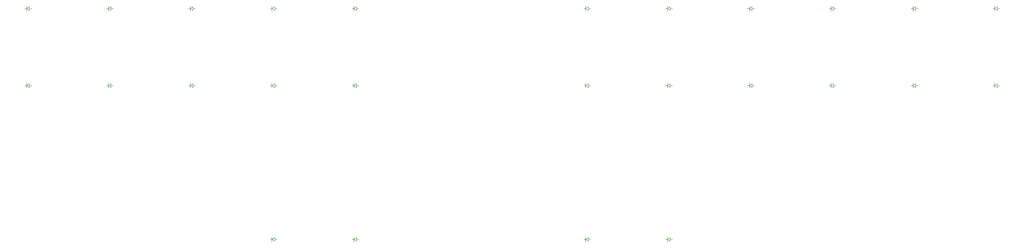
<source format=gbr>
%TF.GenerationSoftware,KiCad,Pcbnew,9.0.0*%
%TF.CreationDate,2025-03-09T18:38:06+01:00*%
%TF.ProjectId,pcb,7063622e-6b69-4636-9164-5f7063625858,v1.0.0*%
%TF.SameCoordinates,Original*%
%TF.FileFunction,Legend,Bot*%
%TF.FilePolarity,Positive*%
%FSLAX46Y46*%
G04 Gerber Fmt 4.6, Leading zero omitted, Abs format (unit mm)*
G04 Created by KiCad (PCBNEW 9.0.0) date 2025-03-09 18:38:06*
%MOMM*%
%LPD*%
G01*
G04 APERTURE LIST*
%ADD10C,0.100000*%
G04 APERTURE END LIST*
D10*
%TO.C,D7*%
X153250000Y-105000000D02*
X153650000Y-105000000D01*
X153650000Y-105000000D02*
X153650000Y-104450000D01*
X153650000Y-105000000D02*
X153650000Y-105550000D01*
X153650000Y-105000000D02*
X154250000Y-104600000D01*
X154250000Y-104600000D02*
X154250000Y-105400000D01*
X154250000Y-105000000D02*
X154750000Y-105000000D01*
X154250000Y-105400000D02*
X153650000Y-105000000D01*
%TO.C,D14*%
X240250000Y-88000000D02*
X240650000Y-88000000D01*
X240650000Y-88000000D02*
X240650000Y-87450000D01*
X240650000Y-88000000D02*
X240650000Y-88550000D01*
X240650000Y-88000000D02*
X241250000Y-87600000D01*
X241250000Y-87600000D02*
X241250000Y-88400000D01*
X241250000Y-88000000D02*
X241750000Y-88000000D01*
X241250000Y-88400000D02*
X240650000Y-88000000D01*
%TO.C,D18*%
X276250000Y-88000000D02*
X276650000Y-88000000D01*
X276650000Y-88000000D02*
X276650000Y-87450000D01*
X276650000Y-88000000D02*
X276650000Y-88550000D01*
X276650000Y-88000000D02*
X277250000Y-87600000D01*
X277250000Y-87600000D02*
X277250000Y-88400000D01*
X277250000Y-88000000D02*
X277750000Y-88000000D01*
X277250000Y-88400000D02*
X276650000Y-88000000D01*
%TO.C,D3*%
X117250000Y-105000000D02*
X117650000Y-105000000D01*
X117650000Y-105000000D02*
X117650000Y-104450000D01*
X117650000Y-105000000D02*
X117650000Y-105550000D01*
X117650000Y-105000000D02*
X118250000Y-104600000D01*
X118250000Y-104600000D02*
X118250000Y-105400000D01*
X118250000Y-105000000D02*
X118750000Y-105000000D01*
X118250000Y-105400000D02*
X117650000Y-105000000D01*
%TO.C,D6*%
X135250000Y-88000000D02*
X135650000Y-88000000D01*
X135650000Y-88000000D02*
X135650000Y-87450000D01*
X135650000Y-88000000D02*
X135650000Y-88550000D01*
X135650000Y-88000000D02*
X136250000Y-87600000D01*
X136250000Y-87600000D02*
X136250000Y-88400000D01*
X136250000Y-88000000D02*
X136750000Y-88000000D01*
X136250000Y-88400000D02*
X135650000Y-88000000D01*
%TO.C,D23*%
X153250000Y-139000000D02*
X153650000Y-139000000D01*
X153650000Y-139000000D02*
X153650000Y-138450000D01*
X153650000Y-139000000D02*
X153650000Y-139550000D01*
X153650000Y-139000000D02*
X154250000Y-138600000D01*
X154250000Y-138600000D02*
X154250000Y-139400000D01*
X154250000Y-139000000D02*
X154750000Y-139000000D01*
X154250000Y-139400000D02*
X153650000Y-139000000D01*
%TO.C,D17*%
X276250000Y-105000000D02*
X276650000Y-105000000D01*
X276650000Y-105000000D02*
X276650000Y-104450000D01*
X276650000Y-105000000D02*
X276650000Y-105550000D01*
X276650000Y-105000000D02*
X277250000Y-104600000D01*
X277250000Y-104600000D02*
X277250000Y-105400000D01*
X277250000Y-105000000D02*
X277750000Y-105000000D01*
X277250000Y-105400000D02*
X276650000Y-105000000D01*
%TO.C,D2*%
X99250000Y-88000000D02*
X99650000Y-88000000D01*
X99650000Y-88000000D02*
X99650000Y-87450000D01*
X99650000Y-88000000D02*
X99650000Y-88550000D01*
X99650000Y-88000000D02*
X100250000Y-87600000D01*
X100250000Y-87600000D02*
X100250000Y-88400000D01*
X100250000Y-88000000D02*
X100750000Y-88000000D01*
X100250000Y-88400000D02*
X99650000Y-88000000D01*
%TO.C,D16*%
X258250000Y-88000000D02*
X258650000Y-88000000D01*
X258650000Y-88000000D02*
X258650000Y-87450000D01*
X258650000Y-88000000D02*
X258650000Y-88550000D01*
X258650000Y-88000000D02*
X259250000Y-87600000D01*
X259250000Y-87600000D02*
X259250000Y-88400000D01*
X259250000Y-88000000D02*
X259750000Y-88000000D01*
X259250000Y-88400000D02*
X258650000Y-88000000D01*
%TO.C,D11*%
X222250000Y-105000000D02*
X222650000Y-105000000D01*
X222650000Y-105000000D02*
X222650000Y-104450000D01*
X222650000Y-105000000D02*
X222650000Y-105550000D01*
X222650000Y-105000000D02*
X223250000Y-104600000D01*
X223250000Y-104600000D02*
X223250000Y-105400000D01*
X223250000Y-105000000D02*
X223750000Y-105000000D01*
X223250000Y-105400000D02*
X222650000Y-105000000D01*
%TO.C,D25*%
X222250000Y-139000000D02*
X222650000Y-139000000D01*
X222650000Y-139000000D02*
X222650000Y-138450000D01*
X222650000Y-139000000D02*
X222650000Y-139550000D01*
X222650000Y-139000000D02*
X223250000Y-138600000D01*
X223250000Y-138600000D02*
X223250000Y-139400000D01*
X223250000Y-139000000D02*
X223750000Y-139000000D01*
X223250000Y-139400000D02*
X222650000Y-139000000D01*
%TO.C,D21*%
X312250000Y-105000000D02*
X312650000Y-105000000D01*
X312650000Y-105000000D02*
X312650000Y-104450000D01*
X312650000Y-105000000D02*
X312650000Y-105550000D01*
X312650000Y-105000000D02*
X313250000Y-104600000D01*
X313250000Y-104600000D02*
X313250000Y-105400000D01*
X313250000Y-105000000D02*
X313750000Y-105000000D01*
X313250000Y-105400000D02*
X312650000Y-105000000D01*
%TO.C,D26*%
X240250000Y-139000000D02*
X240650000Y-139000000D01*
X240650000Y-139000000D02*
X240650000Y-138450000D01*
X240650000Y-139000000D02*
X240650000Y-139550000D01*
X240650000Y-139000000D02*
X241250000Y-138600000D01*
X241250000Y-138600000D02*
X241250000Y-139400000D01*
X241250000Y-139000000D02*
X241750000Y-139000000D01*
X241250000Y-139400000D02*
X240650000Y-139000000D01*
%TO.C,D22*%
X312250000Y-88000000D02*
X312650000Y-88000000D01*
X312650000Y-88000000D02*
X312650000Y-87450000D01*
X312650000Y-88000000D02*
X312650000Y-88550000D01*
X312650000Y-88000000D02*
X313250000Y-87600000D01*
X313250000Y-87600000D02*
X313250000Y-88400000D01*
X313250000Y-88000000D02*
X313750000Y-88000000D01*
X313250000Y-88400000D02*
X312650000Y-88000000D01*
%TO.C,D9*%
X171250000Y-105000000D02*
X171650000Y-105000000D01*
X171650000Y-105000000D02*
X171650000Y-104450000D01*
X171650000Y-105000000D02*
X171650000Y-105550000D01*
X171650000Y-105000000D02*
X172250000Y-104600000D01*
X172250000Y-104600000D02*
X172250000Y-105400000D01*
X172250000Y-105000000D02*
X172750000Y-105000000D01*
X172250000Y-105400000D02*
X171650000Y-105000000D01*
%TO.C,D10*%
X171250000Y-88000000D02*
X171650000Y-88000000D01*
X171650000Y-88000000D02*
X171650000Y-87450000D01*
X171650000Y-88000000D02*
X171650000Y-88550000D01*
X171650000Y-88000000D02*
X172250000Y-87600000D01*
X172250000Y-87600000D02*
X172250000Y-88400000D01*
X172250000Y-88000000D02*
X172750000Y-88000000D01*
X172250000Y-88400000D02*
X171650000Y-88000000D01*
%TO.C,D20*%
X294250000Y-88000000D02*
X294650000Y-88000000D01*
X294650000Y-88000000D02*
X294650000Y-87450000D01*
X294650000Y-88000000D02*
X294650000Y-88550000D01*
X294650000Y-88000000D02*
X295250000Y-87600000D01*
X295250000Y-87600000D02*
X295250000Y-88400000D01*
X295250000Y-88000000D02*
X295750000Y-88000000D01*
X295250000Y-88400000D02*
X294650000Y-88000000D01*
%TO.C,D13*%
X240250000Y-105000000D02*
X240650000Y-105000000D01*
X240650000Y-105000000D02*
X240650000Y-104450000D01*
X240650000Y-105000000D02*
X240650000Y-105550000D01*
X240650000Y-105000000D02*
X241250000Y-104600000D01*
X241250000Y-104600000D02*
X241250000Y-105400000D01*
X241250000Y-105000000D02*
X241750000Y-105000000D01*
X241250000Y-105400000D02*
X240650000Y-105000000D01*
%TO.C,D5*%
X135250000Y-105000000D02*
X135650000Y-105000000D01*
X135650000Y-105000000D02*
X135650000Y-104450000D01*
X135650000Y-105000000D02*
X135650000Y-105550000D01*
X135650000Y-105000000D02*
X136250000Y-104600000D01*
X136250000Y-104600000D02*
X136250000Y-105400000D01*
X136250000Y-105000000D02*
X136750000Y-105000000D01*
X136250000Y-105400000D02*
X135650000Y-105000000D01*
%TO.C,D4*%
X117250000Y-88000000D02*
X117650000Y-88000000D01*
X117650000Y-88000000D02*
X117650000Y-87450000D01*
X117650000Y-88000000D02*
X117650000Y-88550000D01*
X117650000Y-88000000D02*
X118250000Y-87600000D01*
X118250000Y-87600000D02*
X118250000Y-88400000D01*
X118250000Y-88000000D02*
X118750000Y-88000000D01*
X118250000Y-88400000D02*
X117650000Y-88000000D01*
%TO.C,D24*%
X171250000Y-139000000D02*
X171650000Y-139000000D01*
X171650000Y-139000000D02*
X171650000Y-138450000D01*
X171650000Y-139000000D02*
X171650000Y-139550000D01*
X171650000Y-139000000D02*
X172250000Y-138600000D01*
X172250000Y-138600000D02*
X172250000Y-139400000D01*
X172250000Y-139000000D02*
X172750000Y-139000000D01*
X172250000Y-139400000D02*
X171650000Y-139000000D01*
%TO.C,D12*%
X222250000Y-88000000D02*
X222650000Y-88000000D01*
X222650000Y-88000000D02*
X222650000Y-87450000D01*
X222650000Y-88000000D02*
X222650000Y-88550000D01*
X222650000Y-88000000D02*
X223250000Y-87600000D01*
X223250000Y-87600000D02*
X223250000Y-88400000D01*
X223250000Y-88000000D02*
X223750000Y-88000000D01*
X223250000Y-88400000D02*
X222650000Y-88000000D01*
%TO.C,D19*%
X294250000Y-105000000D02*
X294650000Y-105000000D01*
X294650000Y-105000000D02*
X294650000Y-104450000D01*
X294650000Y-105000000D02*
X294650000Y-105550000D01*
X294650000Y-105000000D02*
X295250000Y-104600000D01*
X295250000Y-104600000D02*
X295250000Y-105400000D01*
X295250000Y-105000000D02*
X295750000Y-105000000D01*
X295250000Y-105400000D02*
X294650000Y-105000000D01*
%TO.C,D8*%
X153250000Y-88000000D02*
X153650000Y-88000000D01*
X153650000Y-88000000D02*
X153650000Y-87450000D01*
X153650000Y-88000000D02*
X153650000Y-88550000D01*
X153650000Y-88000000D02*
X154250000Y-87600000D01*
X154250000Y-87600000D02*
X154250000Y-88400000D01*
X154250000Y-88000000D02*
X154750000Y-88000000D01*
X154250000Y-88400000D02*
X153650000Y-88000000D01*
%TO.C,D1*%
X99250000Y-105000000D02*
X99650000Y-105000000D01*
X99650000Y-105000000D02*
X99650000Y-104450000D01*
X99650000Y-105000000D02*
X99650000Y-105550000D01*
X99650000Y-105000000D02*
X100250000Y-104600000D01*
X100250000Y-104600000D02*
X100250000Y-105400000D01*
X100250000Y-105000000D02*
X100750000Y-105000000D01*
X100250000Y-105400000D02*
X99650000Y-105000000D01*
%TO.C,D15*%
X258250000Y-105000000D02*
X258650000Y-105000000D01*
X258650000Y-105000000D02*
X258650000Y-104450000D01*
X258650000Y-105000000D02*
X258650000Y-105550000D01*
X258650000Y-105000000D02*
X259250000Y-104600000D01*
X259250000Y-104600000D02*
X259250000Y-105400000D01*
X259250000Y-105000000D02*
X259750000Y-105000000D01*
X259250000Y-105400000D02*
X258650000Y-105000000D01*
%TD*%
M02*

</source>
